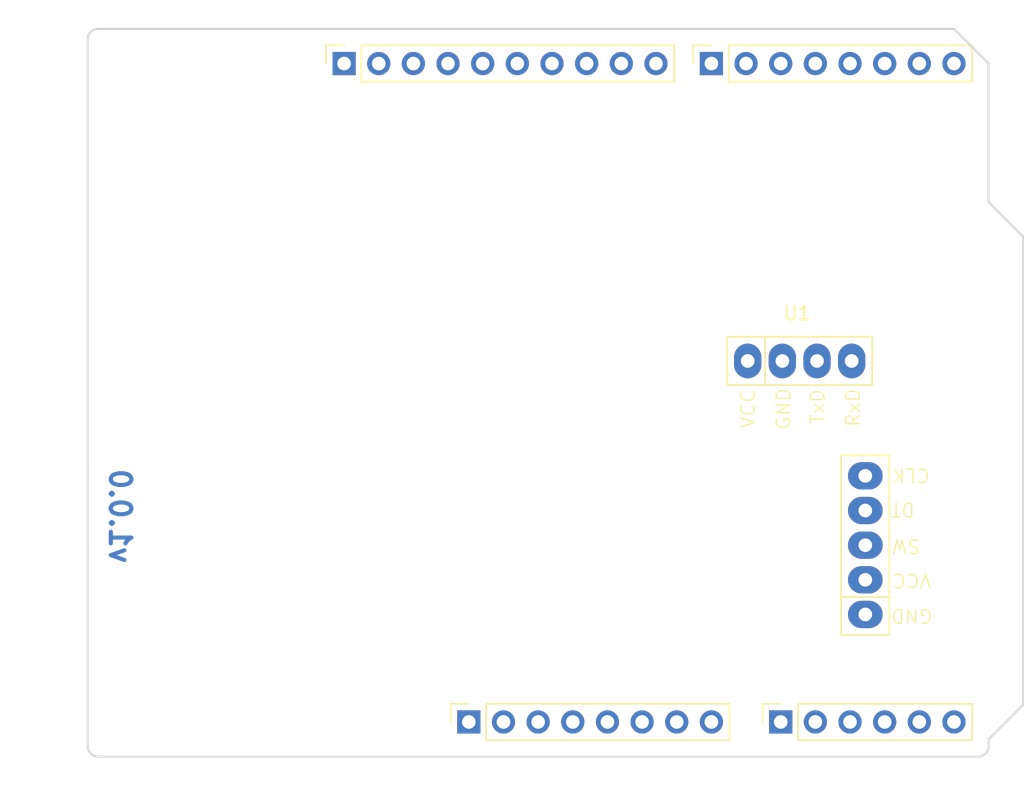
<source format=kicad_pcb>
(kicad_pcb (version 20241229) (generator "pcbnew") (generator_version "9.0")
  (title_block (title "Sensor PCB") (date "2026-02-10") (rev "${VERSION}") (company "INSA Toulouse") (comment 2 "Max Simonnet") (comment 3 "Basile Vidalenc") (comment 4 "CAO Operators"))
  (layers (0 "F.Cu" signal) (2 "B.Cu" signal) (13 "F.Paste" user) (15 "B.Paste" user) (5 "F.SilkS" user "F.Silkscreen") (7 "B.SilkS" user "B.Silkscreen") (1 "F.Mask" user) (3 "B.Mask" user) (25 "Edge.Cuts" user))
  (property "VERSION" "1.0.0")
  (net 0 "")
  (net 1 "GND")
  (net 3 "+5V")
  (net 4 "/IOREF")
  (net 5 "/A0")
  (net 6 "/A1")
  (net 7 "/A2")
  (net 8 "/A3")
  (net 9 "/SCL{slash}A5")
  (net 10 "/13")
  (net 11 "/12")
  (net 12 "/AREF")
  (net 13 "/*11")
  (net 14 "/*10")
  (net 15 "/*9")
  (net 16 "/4")
  (net 17 "/2")
  (net 18 "/*6")
  (net 19 "/*5")
  (net 20 "/TX{slash}1")
  (net 21 "/*3")
  (net 22 "/RX{slash}0")
  (net 23 "+3V3")
  (net 24 "VCC")
  (net 25 "/~{RESET}")
  (net 26 "/SDA{slash}A4")
  (net 27 "TxD")
  (net 28 "RxD")
  (footprint "Connector_PinSocket_2.54mm:PinSocket_1x08_P2.54mm_Vertical" (layer "F.Cu") (at 127.94 97.46 90)
    (property "Reference" "J1" (hide yes))
    (property "Value" "Power")
    (fp_line (start 1.33 -1.33) (end 1.33 0) (stroke (width 0.12)) (layer "F.SilkS"))
    (fp_line (start 0 -1.33) (end 1.33 -1.33) (stroke (width 0.12)) (layer "F.SilkS"))
    (fp_line (start 1.33 1.27) (end 1.33 19.11) (stroke (width 0.12)) (layer "F.SilkS"))
    (fp_line (start -1.33 1.27) (end 1.33 1.27) (stroke (width 0.12)) (layer "F.SilkS"))
    (fp_line (start -1.33 1.27) (end -1.33 19.11) (stroke (width 0.12)) (layer "F.SilkS"))
    (fp_line (start -1.33 19.11) (end 1.33 19.11) (stroke (width 0.12)) (layer "F.SilkS"))
    (pad "1" thru_hole rect (at 0 0 90) (size 1.7 1.7) (drill 1) (layers "*.Cu" "*.Mask"))
    (pad "2" thru_hole oval (at 0 2.54 90) (size 1.7 1.7) (drill 1) (layers "*.Cu" "*.Mask") (net 4 "/IOREF"))
    (pad "3" thru_hole oval (at 0 5.08 90) (size 1.7 1.7) (drill 1) (layers "*.Cu" "*.Mask") (net 25 "/~{RESET}"))
    (pad "4" thru_hole oval (at 0 7.62 90) (size 1.7 1.7) (drill 1) (layers "*.Cu" "*.Mask") (net 23 "+3V3"))
    (pad "5" thru_hole oval (at 0 10.16 90) (size 1.7 1.7) (drill 1) (layers "*.Cu" "*.Mask") (net 3 "+5V"))
    (pad "6" thru_hole oval (at 0 12.7 90) (size 1.7 1.7) (drill 1) (layers "*.Cu" "*.Mask") (net 1 "GND"))
    (pad "7" thru_hole oval (at 0 15.24 90) (size 1.7 1.7) (drill 1) (layers "*.Cu" "*.Mask") (net 1 "GND"))
    (pad "8" thru_hole oval (at 0 17.78 90) (size 1.7 1.7) (drill 1) (layers "*.Cu" "*.Mask") (net 24 "VCC"))
  )
  (footprint "Connector_PinSocket_2.54mm:PinSocket_1x06_P2.54mm_Vertical" (layer "F.Cu") (at 150.8 97.46 90)
    (property "Reference" "J3" (hide yes))
    (property "Value" "Analog")
    (fp_line (start 1.33 -1.33) (end 1.33 0) (stroke (width 0.12)) (layer "F.SilkS"))
    (fp_line (start 0 -1.33) (end 1.33 -1.33) (stroke (width 0.12)) (layer "F.SilkS"))
    (fp_line (start 1.33 1.27) (end 1.33 14.03) (stroke (width 0.12)) (layer "F.SilkS"))
    (fp_line (start -1.33 1.27) (end 1.33 1.27) (stroke (width 0.12)) (layer "F.SilkS"))
    (fp_line (start -1.33 1.27) (end -1.33 14.03) (stroke (width 0.12)) (layer "F.SilkS"))
    (fp_line (start -1.33 14.03) (end 1.33 14.03) (stroke (width 0.12)) (layer "F.SilkS"))
    (pad "1" thru_hole rect (at 0 0 90) (size 1.7 1.7) (drill 1) (layers "*.Cu" "*.Mask") (net 5 "/A0"))
    (pad "2" thru_hole oval (at 0 2.54 90) (size 1.7 1.7) (drill 1) (layers "*.Cu" "*.Mask") (net 6 "/A1"))
    (pad "3" thru_hole oval (at 0 5.08 90) (size 1.7 1.7) (drill 1) (layers "*.Cu" "*.Mask") (net 7 "/A2"))
    (pad "4" thru_hole oval (at 0 7.62 90) (size 1.7 1.7) (drill 1) (layers "*.Cu" "*.Mask") (net 8 "/A3"))
    (pad "5" thru_hole oval (at 0 10.16 90) (size 1.7 1.7) (drill 1) (layers "*.Cu" "*.Mask") (net 26 "/SDA{slash}A4"))
    (pad "6" thru_hole oval (at 0 12.7 90) (size 1.7 1.7) (drill 1) (layers "*.Cu" "*.Mask") (net 9 "/SCL{slash}A5"))
  )
  (footprint "Connector_PinSocket_2.54mm:PinSocket_1x10_P2.54mm_Vertical" (layer "F.Cu") (at 118.796 49.2 90)
    (property "Reference" "J2" (hide yes))
    (property "Value" "Digital/PWM")
    (fp_line (start 1.33 -1.33) (end 1.33 0) (stroke (width 0.12)) (layer "F.SilkS"))
    (fp_line (start 0 -1.33) (end 1.33 -1.33) (stroke (width 0.12)) (layer "F.SilkS"))
    (fp_line (start 1.33 1.27) (end 1.33 24.19) (stroke (width 0.12)) (layer "F.SilkS"))
    (fp_line (start -1.33 1.27) (end 1.33 1.27) (stroke (width 0.12)) (layer "F.SilkS"))
    (fp_line (start -1.33 1.27) (end -1.33 24.19) (stroke (width 0.12)) (layer "F.SilkS"))
    (fp_line (start -1.33 24.19) (end 1.33 24.19) (stroke (width 0.12)) (layer "F.SilkS"))
    (pad "1" thru_hole rect (at 0 0 90) (size 1.7 1.7) (drill 1) (layers "*.Cu" "*.Mask") (net 9 "/SCL{slash}A5"))
    (pad "2" thru_hole oval (at 0 2.54 90) (size 1.7 1.7) (drill 1) (layers "*.Cu" "*.Mask") (net 26 "/SDA{slash}A4"))
    (pad "3" thru_hole oval (at 0 5.08 90) (size 1.7 1.7) (drill 1) (layers "*.Cu" "*.Mask") (net 12 "/AREF"))
    (pad "4" thru_hole oval (at 0 7.62 90) (size 1.7 1.7) (drill 1) (layers "*.Cu" "*.Mask") (net 1 "GND"))
    (pad "5" thru_hole oval (at 0 10.16 90) (size 1.7 1.7) (drill 1) (layers "*.Cu" "*.Mask") (net 10 "/13"))
    (pad "6" thru_hole oval (at 0 12.7 90) (size 1.7 1.7) (drill 1) (layers "*.Cu" "*.Mask") (net 11 "/12"))
    (pad "7" thru_hole oval (at 0 15.24 90) (size 1.7 1.7) (drill 1) (layers "*.Cu" "*.Mask") (net 13 "/*11"))
    (pad "8" thru_hole oval (at 0 17.78 90) (size 1.7 1.7) (drill 1) (layers "*.Cu" "*.Mask") (net 14 "/*10"))
    (pad "9" thru_hole oval (at 0 20.32 90) (size 1.7 1.7) (drill 1) (layers "*.Cu" "*.Mask") (net 15 "/*9"))
    (pad "10" thru_hole oval (at 0 22.86 90) (size 1.7 1.7) (drill 1) (layers "*.Cu" "*.Mask") (net 27 "TxD"))
  )
  (footprint "Connector_PinSocket_2.54mm:PinSocket_1x08_P2.54mm_Vertical" (layer "F.Cu") (at 145.72 49.2 90)
    (property "Reference" "J4" (hide yes))
    (property "Value" "Digital/PWM")
    (fp_line (start 1.33 -1.33) (end 1.33 0) (stroke (width 0.12)) (layer "F.SilkS"))
    (fp_line (start 0 -1.33) (end 1.33 -1.33) (stroke (width 0.12)) (layer "F.SilkS"))
    (fp_line (start 1.33 1.27) (end 1.33 19.11) (stroke (width 0.12)) (layer "F.SilkS"))
    (fp_line (start -1.33 1.27) (end 1.33 1.27) (stroke (width 0.12)) (layer "F.SilkS"))
    (fp_line (start -1.33 1.27) (end -1.33 19.11) (stroke (width 0.12)) (layer "F.SilkS"))
    (fp_line (start -1.33 19.11) (end 1.33 19.11) (stroke (width 0.12)) (layer "F.SilkS"))
    (pad "1" thru_hole rect (at 0 0 90) (size 1.7 1.7) (drill 1) (layers "*.Cu" "*.Mask") (net 28 "RxD"))
    (pad "2" thru_hole oval (at 0 2.54 90) (size 1.7 1.7) (drill 1) (layers "*.Cu" "*.Mask") (net 18 "/*6"))
    (pad "3" thru_hole oval (at 0 5.08 90) (size 1.7 1.7) (drill 1) (layers "*.Cu" "*.Mask") (net 19 "/*5"))
    (pad "4" thru_hole oval (at 0 7.62 90) (size 1.7 1.7) (drill 1) (layers "*.Cu" "*.Mask") (net 16 "/4"))
    (pad "5" thru_hole oval (at 0 10.16 90) (size 1.7 1.7) (drill 1) (layers "*.Cu" "*.Mask") (net 21 "/*3"))
    (pad "6" thru_hole oval (at 0 12.7 90) (size 1.7 1.7) (drill 1) (layers "*.Cu" "*.Mask") (net 17 "/2"))
    (pad "7" thru_hole oval (at 0 15.24 90) (size 1.7 1.7) (drill 1) (layers "*.Cu" "*.Mask") (net 20 "/TX{slash}1"))
    (pad "8" thru_hole oval (at 0 17.78 90) (size 1.7 1.7) (drill 1) (layers "*.Cu" "*.Mask") (net 22 "/RX{slash}0"))
  )
  (footprint "capteur_graphite_lib:Bluetooth HC05" (layer "F.Cu") (at 152.19 71)
    (property "Reference" "U1" (at -0.19 -3.5 0) (layer "F.SilkS"))
    (property "Value" "~" (hide yes))
    (fp_line (start -5.31 -1.77) (end 5.31 -1.77) (stroke (width 0.12)) (layer "F.SilkS"))
    (fp_line (start -5.31 1.77) (end -5.31 -1.77) (stroke (width 0.12)) (layer "F.SilkS"))
    (fp_line (start -2.54 -1.77) (end -2.54 1.77) (stroke (width 0.12)) (layer "F.SilkS"))
    (fp_line (start 5.31 -1.77) (end 5.31 1.77) (stroke (width 0.12)) (layer "F.SilkS"))
    (fp_line (start 5.31 1.77) (end -5.31 1.77) (stroke (width 0.12)) (layer "F.SilkS"))
    (fp_text user "TxD" (at 1.9 4.7 90) (layer "F.SilkS") (effects (font (thickness 0.1)) (justify left bottom)))
    (fp_text user "VCC" (at -3.2 5 90) (layer "F.SilkS") (effects (font (thickness 0.1)) (justify left bottom)))
    (fp_text user "GND" (at -0.6 5.1 90) (layer "F.SilkS") (effects (font (thickness 0.1)) (justify left bottom)))
    (fp_text user "RxD" (at 4.5 4.9 90) (layer "F.SilkS") (effects (font (thickness 0.1)) (justify left bottom)))
    (pad "1" thru_hole oval (at -3.81 0) (size 2 2.54) (drill 1) (layers "*.Cu" "*.Mask") (net 24 "VCC"))
    (pad "2" thru_hole oval (at -1.27 0) (size 2 2.54) (drill 1) (layers "*.Cu" "*.Mask") (net 1 "GND"))
    (pad "3" thru_hole oval (at 1.27 0) (size 2 2.54) (drill 1) (layers "*.Cu" "*.Mask") (net 27 "TxD"))
    (pad "4" thru_hole oval (at 3.81 0) (size 2 2.54) (drill 1) (layers "*.Cu" "*.Mask") (net 28 "RxD"))
  )
  (footprint "Arduino_MountingHole:MountingHole_3.2mm" (layer "F.Cu") (at 115.24 49.2)
    (property "Reference" "MH1" (hide yes))
    (property "Value" "MountingHole_3.2mm" (hide yes))
    (pad "" np_thru_hole circle (at 0 0) (size 3.2 3.2) (drill 3.2) (layers "*.Cu" "*.Mask"))
  )
  (footprint "capteur_graphite_lib:encodeur_rotatoire" (layer "F.Cu") (at 157 84.5 90)
    (property "Reference" "REF**" (hide yes))
    (property "Value" "encodeur_rotatoire")
    (fp_line (start 6.58 -1.77) (end 6.58 1.77) (stroke (width 0.12)) (layer "F.SilkS"))
    (fp_line (start -3.81 -1.77) (end -3.81 1.77) (stroke (width 0.12)) (layer "F.SilkS"))
    (fp_line (start -6.58 -1.77) (end 6.58 -1.77) (stroke (width 0.12)) (layer "F.SilkS"))
    (fp_line (start 6.58 1.77) (end -6.58 1.77) (stroke (width 0.12)) (layer "F.SilkS"))
    (fp_line (start -6.58 1.77) (end -6.58 -1.77) (stroke (width 0.12)) (layer "F.SilkS"))
    (fp_text user "DT" (at 3.2 3.7 180) (layer "F.SilkS") (effects (font (thickness 0.1)) (justify left bottom)))
    (fp_text user "SW" (at 0.5 4.1 180) (layer "F.SilkS") (effects (font (thickness 0.1)) (justify left bottom)))
    (fp_text user "GND" (at -4.6 5 180) (layer "F.SilkS") (effects (font (thickness 0.1)) (justify left bottom)))
    (fp_text user "CLK" (at 5.7 4.8 180) (layer "F.SilkS") (effects (font (thickness 0.1)) (justify left bottom)))
    (fp_text user "VCC" (at -2 4.9 180) (layer "F.SilkS") (effects (font (thickness 0.1)) (justify left bottom)))
    (pad "1" thru_hole oval (at -5.08 0 90) (size 2 2.54) (drill 1) (layers "*.Cu" "*.Mask"))
    (pad "2" thru_hole oval (at -2.54 0 90) (size 2 2.54) (drill 1) (layers "*.Cu" "*.Mask"))
    (pad "3" thru_hole oval (at 0 0 90) (size 2 2.54) (drill 1) (layers "*.Cu" "*.Mask"))
    (pad "4" thru_hole oval (at 2.54 0 90) (size 2 2.54) (drill 1) (layers "*.Cu" "*.Mask"))
    (pad "5" thru_hole oval (at 5.08 0 90) (size 2 2.54) (drill 1) (layers "*.Cu" "*.Mask"))
  )
  (footprint "Arduino_MountingHole:MountingHole_3.2mm" (layer "F.Cu") (at 113.97 97.46)
    (property "Reference" "MH2" (hide yes))
    (property "Value" "MountingHole_3.2mm" (hide yes))
    (pad "" np_thru_hole circle (at 0 0) (size 3.2 3.2) (drill 3.2) (layers "*.Cu" "*.Mask"))
  )
  (footprint "Arduino_MountingHole:MountingHole_3.2mm" (layer "F.Cu") (at 166.04 64.44)
    (property "Reference" "MH3" (hide yes))
    (property "Value" "MountingHole_3.2mm" (hide yes))
    (pad "" np_thru_hole circle (at 0 0) (size 3.2 3.2) (drill 3.2) (layers "*.Cu" "*.Mask"))
  )
  (footprint "Arduino_MountingHole:MountingHole_3.2mm" (layer "F.Cu") (at 166.04 92.38)
    (property "Reference" "MH4" (hide yes))
    (property "Value" "MountingHole_3.2mm" (hide yes))
    (pad "" np_thru_hole circle (at 0 0) (size 3.2 3.2) (drill 3.2) (layers "*.Cu" "*.Mask"))
  )
  (gr_line (start 166.04 59.36) (end 168.58 61.9) (stroke (width 0.15)) (layer "Edge.Cuts"))
  (gr_line (start 100 99.238) (end 100 47.422) (stroke (width 0.15)) (layer "Edge.Cuts"))
  (gr_line (start 168.58 61.9) (end 168.58 96.19) (stroke (width 0.15)) (layer "Edge.Cuts"))
  (gr_line (start 165.278 100) (end 100.762 100) (stroke (width 0.15)) (layer "Edge.Cuts"))
  (gr_line (start 100.762 46.66) (end 163.5 46.66) (stroke (width 0.15)) (layer "Edge.Cuts"))
  (gr_arc (start 100.762 100) (mid 100.223185 99.776815) (end 100 99.238) (stroke (width 0.15)) (layer "Edge.Cuts"))
  (gr_line (start 168.58 96.19) (end 166.04 98.73) (stroke (width 0.15)) (layer "Edge.Cuts"))
  (gr_line (start 163.5 46.66) (end 166.04 49.2) (stroke (width 0.15)) (layer "Edge.Cuts"))
  (gr_arc (start 166.04 99.238) (mid 165.816815 99.776815) (end 165.278 100) (stroke (width 0.15)) (layer "Edge.Cuts"))
  (gr_line (start 166.04 49.2) (end 166.04 59.36) (stroke (width 0.15)) (layer "Edge.Cuts"))
  (gr_line (start 166.04 98.73) (end 166.04 99.238) (stroke (width 0.15)) (layer "Edge.Cuts"))
  (gr_arc (start 100 47.422) (mid 100.223185 46.883185) (end 100.762 46.66) (stroke (width 0.15)) (layer "Edge.Cuts"))
  (gr_text "v${VERSION}" (at 101.5 86 270) (layer "B.Cu") (effects (font (size 1.5 1.5) (thickness 0.3) (bold yes)) (justify left bottom mirror)))
)
</source>
